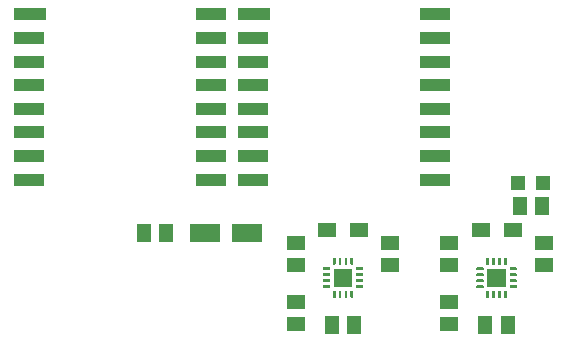
<source format=gtp>
G04 EAGLE Gerber RS-274X export*
G75*
%MOMM*%
%FSLAX34Y34*%
%LPD*%
%INTop Paste*%
%IPPOS*%
%AMOC8*
5,1,8,0,0,1.08239X$1,22.5*%
G01*
%ADD10R,1.300000X1.500000*%
%ADD11R,1.500000X1.300000*%
%ADD12R,1.500000X1.200000*%
%ADD13R,2.800000X1.100000*%
%ADD14R,2.600000X1.100000*%
%ADD15R,2.600000X1.600000*%
%ADD16R,1.200000X1.200000*%

G36*
X436258Y134252D02*
X436258Y134252D01*
X436267Y134251D01*
X436355Y134272D01*
X436445Y134290D01*
X436452Y134295D01*
X436460Y134297D01*
X436533Y134351D01*
X436609Y134403D01*
X436613Y134410D01*
X436620Y134415D01*
X436667Y134493D01*
X436716Y134570D01*
X436717Y134579D01*
X436722Y134586D01*
X436749Y134750D01*
X436749Y149250D01*
X436748Y149258D01*
X436749Y149267D01*
X436728Y149355D01*
X436710Y149445D01*
X436705Y149452D01*
X436703Y149460D01*
X436649Y149533D01*
X436597Y149609D01*
X436590Y149613D01*
X436585Y149620D01*
X436507Y149667D01*
X436430Y149716D01*
X436421Y149717D01*
X436414Y149722D01*
X436250Y149749D01*
X421750Y149749D01*
X421742Y149748D01*
X421733Y149749D01*
X421645Y149728D01*
X421555Y149710D01*
X421548Y149705D01*
X421540Y149703D01*
X421467Y149649D01*
X421391Y149597D01*
X421387Y149590D01*
X421380Y149585D01*
X421333Y149507D01*
X421284Y149430D01*
X421283Y149421D01*
X421278Y149414D01*
X421251Y149250D01*
X421251Y134750D01*
X421252Y134742D01*
X421251Y134733D01*
X421272Y134645D01*
X421290Y134555D01*
X421295Y134548D01*
X421297Y134540D01*
X421351Y134467D01*
X421403Y134391D01*
X421410Y134387D01*
X421415Y134380D01*
X421493Y134333D01*
X421570Y134284D01*
X421579Y134283D01*
X421586Y134278D01*
X421750Y134251D01*
X436250Y134251D01*
X436258Y134252D01*
G37*
G36*
X306258Y134252D02*
X306258Y134252D01*
X306267Y134251D01*
X306355Y134272D01*
X306445Y134290D01*
X306452Y134295D01*
X306460Y134297D01*
X306533Y134351D01*
X306609Y134403D01*
X306613Y134410D01*
X306620Y134415D01*
X306667Y134493D01*
X306716Y134570D01*
X306717Y134579D01*
X306722Y134586D01*
X306749Y134750D01*
X306749Y149250D01*
X306748Y149258D01*
X306749Y149267D01*
X306728Y149355D01*
X306710Y149445D01*
X306705Y149452D01*
X306703Y149460D01*
X306649Y149533D01*
X306597Y149609D01*
X306590Y149613D01*
X306585Y149620D01*
X306507Y149667D01*
X306430Y149716D01*
X306421Y149717D01*
X306414Y149722D01*
X306250Y149749D01*
X291750Y149749D01*
X291742Y149748D01*
X291733Y149749D01*
X291645Y149728D01*
X291555Y149710D01*
X291548Y149705D01*
X291540Y149703D01*
X291467Y149649D01*
X291391Y149597D01*
X291387Y149590D01*
X291380Y149585D01*
X291333Y149507D01*
X291284Y149430D01*
X291283Y149421D01*
X291278Y149414D01*
X291251Y149250D01*
X291251Y134750D01*
X291252Y134742D01*
X291251Y134733D01*
X291272Y134645D01*
X291290Y134555D01*
X291295Y134548D01*
X291297Y134540D01*
X291351Y134467D01*
X291403Y134391D01*
X291410Y134387D01*
X291415Y134380D01*
X291493Y134333D01*
X291570Y134284D01*
X291579Y134283D01*
X291586Y134278D01*
X291750Y134251D01*
X306250Y134251D01*
X306258Y134252D01*
G37*
G36*
X422208Y153002D02*
X422208Y153002D01*
X422217Y153001D01*
X422305Y153022D01*
X422395Y153040D01*
X422402Y153045D01*
X422410Y153047D01*
X422483Y153101D01*
X422559Y153153D01*
X422563Y153160D01*
X422570Y153165D01*
X422617Y153243D01*
X422666Y153320D01*
X422667Y153329D01*
X422672Y153336D01*
X422699Y153500D01*
X422699Y158500D01*
X422698Y158505D01*
X422699Y158509D01*
X422698Y158512D01*
X422699Y158517D01*
X422678Y158605D01*
X422660Y158695D01*
X422655Y158702D01*
X422653Y158710D01*
X422599Y158783D01*
X422547Y158859D01*
X422540Y158863D01*
X422535Y158870D01*
X422457Y158917D01*
X422380Y158966D01*
X422371Y158967D01*
X422364Y158972D01*
X422200Y158999D01*
X420800Y158999D01*
X420792Y158998D01*
X420783Y158999D01*
X420695Y158978D01*
X420605Y158960D01*
X420598Y158955D01*
X420590Y158953D01*
X420517Y158899D01*
X420441Y158847D01*
X420437Y158840D01*
X420430Y158835D01*
X420383Y158757D01*
X420334Y158680D01*
X420333Y158671D01*
X420328Y158664D01*
X420301Y158500D01*
X420301Y153500D01*
X420302Y153492D01*
X420301Y153483D01*
X420322Y153395D01*
X420340Y153305D01*
X420345Y153298D01*
X420347Y153290D01*
X420401Y153217D01*
X420453Y153141D01*
X420460Y153137D01*
X420465Y153130D01*
X420543Y153083D01*
X420620Y153034D01*
X420629Y153033D01*
X420636Y153028D01*
X420800Y153001D01*
X422200Y153001D01*
X422208Y153002D01*
G37*
G36*
X307208Y153002D02*
X307208Y153002D01*
X307217Y153001D01*
X307305Y153022D01*
X307395Y153040D01*
X307402Y153045D01*
X307410Y153047D01*
X307483Y153101D01*
X307559Y153153D01*
X307563Y153160D01*
X307570Y153165D01*
X307617Y153243D01*
X307666Y153320D01*
X307667Y153329D01*
X307672Y153336D01*
X307699Y153500D01*
X307699Y158500D01*
X307698Y158505D01*
X307699Y158509D01*
X307698Y158512D01*
X307699Y158517D01*
X307678Y158605D01*
X307660Y158695D01*
X307655Y158702D01*
X307653Y158710D01*
X307599Y158783D01*
X307547Y158859D01*
X307540Y158863D01*
X307535Y158870D01*
X307457Y158917D01*
X307380Y158966D01*
X307371Y158967D01*
X307364Y158972D01*
X307200Y158999D01*
X305800Y158999D01*
X305792Y158998D01*
X305783Y158999D01*
X305695Y158978D01*
X305605Y158960D01*
X305598Y158955D01*
X305590Y158953D01*
X305517Y158899D01*
X305441Y158847D01*
X305437Y158840D01*
X305430Y158835D01*
X305383Y158757D01*
X305334Y158680D01*
X305333Y158671D01*
X305328Y158664D01*
X305301Y158500D01*
X305301Y153500D01*
X305302Y153492D01*
X305301Y153483D01*
X305322Y153395D01*
X305340Y153305D01*
X305345Y153298D01*
X305347Y153290D01*
X305401Y153217D01*
X305453Y153141D01*
X305460Y153137D01*
X305465Y153130D01*
X305543Y153083D01*
X305620Y153034D01*
X305629Y153033D01*
X305636Y153028D01*
X305800Y153001D01*
X307200Y153001D01*
X307208Y153002D01*
G37*
G36*
X427208Y153002D02*
X427208Y153002D01*
X427217Y153001D01*
X427305Y153022D01*
X427395Y153040D01*
X427402Y153045D01*
X427410Y153047D01*
X427483Y153101D01*
X427559Y153153D01*
X427563Y153160D01*
X427570Y153165D01*
X427617Y153243D01*
X427666Y153320D01*
X427667Y153329D01*
X427672Y153336D01*
X427699Y153500D01*
X427699Y158500D01*
X427698Y158505D01*
X427699Y158509D01*
X427698Y158512D01*
X427699Y158517D01*
X427678Y158605D01*
X427660Y158695D01*
X427655Y158702D01*
X427653Y158710D01*
X427599Y158783D01*
X427547Y158859D01*
X427540Y158863D01*
X427535Y158870D01*
X427457Y158917D01*
X427380Y158966D01*
X427371Y158967D01*
X427364Y158972D01*
X427200Y158999D01*
X425800Y158999D01*
X425792Y158998D01*
X425783Y158999D01*
X425695Y158978D01*
X425605Y158960D01*
X425598Y158955D01*
X425590Y158953D01*
X425517Y158899D01*
X425441Y158847D01*
X425437Y158840D01*
X425430Y158835D01*
X425383Y158757D01*
X425334Y158680D01*
X425333Y158671D01*
X425328Y158664D01*
X425301Y158500D01*
X425301Y153500D01*
X425302Y153492D01*
X425301Y153483D01*
X425322Y153395D01*
X425340Y153305D01*
X425345Y153298D01*
X425347Y153290D01*
X425401Y153217D01*
X425453Y153141D01*
X425460Y153137D01*
X425465Y153130D01*
X425543Y153083D01*
X425620Y153034D01*
X425629Y153033D01*
X425636Y153028D01*
X425800Y153001D01*
X427200Y153001D01*
X427208Y153002D01*
G37*
G36*
X432208Y153002D02*
X432208Y153002D01*
X432217Y153001D01*
X432305Y153022D01*
X432395Y153040D01*
X432402Y153045D01*
X432410Y153047D01*
X432483Y153101D01*
X432559Y153153D01*
X432563Y153160D01*
X432570Y153165D01*
X432617Y153243D01*
X432666Y153320D01*
X432667Y153329D01*
X432672Y153336D01*
X432699Y153500D01*
X432699Y158500D01*
X432698Y158505D01*
X432699Y158509D01*
X432698Y158512D01*
X432699Y158517D01*
X432678Y158605D01*
X432660Y158695D01*
X432655Y158702D01*
X432653Y158710D01*
X432599Y158783D01*
X432547Y158859D01*
X432540Y158863D01*
X432535Y158870D01*
X432457Y158917D01*
X432380Y158966D01*
X432371Y158967D01*
X432364Y158972D01*
X432200Y158999D01*
X430800Y158999D01*
X430792Y158998D01*
X430783Y158999D01*
X430695Y158978D01*
X430605Y158960D01*
X430598Y158955D01*
X430590Y158953D01*
X430517Y158899D01*
X430441Y158847D01*
X430437Y158840D01*
X430430Y158835D01*
X430383Y158757D01*
X430334Y158680D01*
X430333Y158671D01*
X430328Y158664D01*
X430301Y158500D01*
X430301Y153500D01*
X430302Y153492D01*
X430301Y153483D01*
X430322Y153395D01*
X430340Y153305D01*
X430345Y153298D01*
X430347Y153290D01*
X430401Y153217D01*
X430453Y153141D01*
X430460Y153137D01*
X430465Y153130D01*
X430543Y153083D01*
X430620Y153034D01*
X430629Y153033D01*
X430636Y153028D01*
X430800Y153001D01*
X432200Y153001D01*
X432208Y153002D01*
G37*
G36*
X292208Y153002D02*
X292208Y153002D01*
X292217Y153001D01*
X292305Y153022D01*
X292395Y153040D01*
X292402Y153045D01*
X292410Y153047D01*
X292483Y153101D01*
X292559Y153153D01*
X292563Y153160D01*
X292570Y153165D01*
X292617Y153243D01*
X292666Y153320D01*
X292667Y153329D01*
X292672Y153336D01*
X292699Y153500D01*
X292699Y158500D01*
X292698Y158505D01*
X292699Y158509D01*
X292698Y158512D01*
X292699Y158517D01*
X292678Y158605D01*
X292660Y158695D01*
X292655Y158702D01*
X292653Y158710D01*
X292599Y158783D01*
X292547Y158859D01*
X292540Y158863D01*
X292535Y158870D01*
X292457Y158917D01*
X292380Y158966D01*
X292371Y158967D01*
X292364Y158972D01*
X292200Y158999D01*
X290800Y158999D01*
X290792Y158998D01*
X290783Y158999D01*
X290695Y158978D01*
X290605Y158960D01*
X290598Y158955D01*
X290590Y158953D01*
X290517Y158899D01*
X290441Y158847D01*
X290437Y158840D01*
X290430Y158835D01*
X290383Y158757D01*
X290334Y158680D01*
X290333Y158671D01*
X290328Y158664D01*
X290301Y158500D01*
X290301Y153500D01*
X290302Y153492D01*
X290301Y153483D01*
X290322Y153395D01*
X290340Y153305D01*
X290345Y153298D01*
X290347Y153290D01*
X290401Y153217D01*
X290453Y153141D01*
X290460Y153137D01*
X290465Y153130D01*
X290543Y153083D01*
X290620Y153034D01*
X290629Y153033D01*
X290636Y153028D01*
X290800Y153001D01*
X292200Y153001D01*
X292208Y153002D01*
G37*
G36*
X437208Y153002D02*
X437208Y153002D01*
X437217Y153001D01*
X437305Y153022D01*
X437395Y153040D01*
X437402Y153045D01*
X437410Y153047D01*
X437483Y153101D01*
X437559Y153153D01*
X437563Y153160D01*
X437570Y153165D01*
X437617Y153243D01*
X437666Y153320D01*
X437667Y153329D01*
X437672Y153336D01*
X437699Y153500D01*
X437699Y158500D01*
X437698Y158505D01*
X437699Y158509D01*
X437698Y158512D01*
X437699Y158517D01*
X437678Y158605D01*
X437660Y158695D01*
X437655Y158702D01*
X437653Y158710D01*
X437599Y158783D01*
X437547Y158859D01*
X437540Y158863D01*
X437535Y158870D01*
X437457Y158917D01*
X437380Y158966D01*
X437371Y158967D01*
X437364Y158972D01*
X437200Y158999D01*
X435800Y158999D01*
X435792Y158998D01*
X435783Y158999D01*
X435695Y158978D01*
X435605Y158960D01*
X435598Y158955D01*
X435590Y158953D01*
X435517Y158899D01*
X435441Y158847D01*
X435437Y158840D01*
X435430Y158835D01*
X435383Y158757D01*
X435334Y158680D01*
X435333Y158671D01*
X435328Y158664D01*
X435301Y158500D01*
X435301Y153500D01*
X435302Y153492D01*
X435301Y153483D01*
X435322Y153395D01*
X435340Y153305D01*
X435345Y153298D01*
X435347Y153290D01*
X435401Y153217D01*
X435453Y153141D01*
X435460Y153137D01*
X435465Y153130D01*
X435543Y153083D01*
X435620Y153034D01*
X435629Y153033D01*
X435636Y153028D01*
X435800Y153001D01*
X437200Y153001D01*
X437208Y153002D01*
G37*
G36*
X302208Y153002D02*
X302208Y153002D01*
X302217Y153001D01*
X302305Y153022D01*
X302395Y153040D01*
X302402Y153045D01*
X302410Y153047D01*
X302483Y153101D01*
X302559Y153153D01*
X302563Y153160D01*
X302570Y153165D01*
X302617Y153243D01*
X302666Y153320D01*
X302667Y153329D01*
X302672Y153336D01*
X302699Y153500D01*
X302699Y158500D01*
X302698Y158505D01*
X302699Y158509D01*
X302698Y158512D01*
X302699Y158517D01*
X302678Y158605D01*
X302660Y158695D01*
X302655Y158702D01*
X302653Y158710D01*
X302599Y158783D01*
X302547Y158859D01*
X302540Y158863D01*
X302535Y158870D01*
X302457Y158917D01*
X302380Y158966D01*
X302371Y158967D01*
X302364Y158972D01*
X302200Y158999D01*
X300800Y158999D01*
X300792Y158998D01*
X300783Y158999D01*
X300695Y158978D01*
X300605Y158960D01*
X300598Y158955D01*
X300590Y158953D01*
X300517Y158899D01*
X300441Y158847D01*
X300437Y158840D01*
X300430Y158835D01*
X300383Y158757D01*
X300334Y158680D01*
X300333Y158671D01*
X300328Y158664D01*
X300301Y158500D01*
X300301Y153500D01*
X300302Y153492D01*
X300301Y153483D01*
X300322Y153395D01*
X300340Y153305D01*
X300345Y153298D01*
X300347Y153290D01*
X300401Y153217D01*
X300453Y153141D01*
X300460Y153137D01*
X300465Y153130D01*
X300543Y153083D01*
X300620Y153034D01*
X300629Y153033D01*
X300636Y153028D01*
X300800Y153001D01*
X302200Y153001D01*
X302208Y153002D01*
G37*
G36*
X297208Y153002D02*
X297208Y153002D01*
X297217Y153001D01*
X297305Y153022D01*
X297395Y153040D01*
X297402Y153045D01*
X297410Y153047D01*
X297483Y153101D01*
X297559Y153153D01*
X297563Y153160D01*
X297570Y153165D01*
X297617Y153243D01*
X297666Y153320D01*
X297667Y153329D01*
X297672Y153336D01*
X297699Y153500D01*
X297699Y158500D01*
X297698Y158505D01*
X297699Y158509D01*
X297698Y158512D01*
X297699Y158517D01*
X297678Y158605D01*
X297660Y158695D01*
X297655Y158702D01*
X297653Y158710D01*
X297599Y158783D01*
X297547Y158859D01*
X297540Y158863D01*
X297535Y158870D01*
X297457Y158917D01*
X297380Y158966D01*
X297371Y158967D01*
X297364Y158972D01*
X297200Y158999D01*
X295800Y158999D01*
X295792Y158998D01*
X295783Y158999D01*
X295695Y158978D01*
X295605Y158960D01*
X295598Y158955D01*
X295590Y158953D01*
X295517Y158899D01*
X295441Y158847D01*
X295437Y158840D01*
X295430Y158835D01*
X295383Y158757D01*
X295334Y158680D01*
X295333Y158671D01*
X295328Y158664D01*
X295301Y158500D01*
X295301Y153500D01*
X295302Y153492D01*
X295301Y153483D01*
X295322Y153395D01*
X295340Y153305D01*
X295345Y153298D01*
X295347Y153290D01*
X295401Y153217D01*
X295453Y153141D01*
X295460Y153137D01*
X295465Y153130D01*
X295543Y153083D01*
X295620Y153034D01*
X295629Y153033D01*
X295636Y153028D01*
X295800Y153001D01*
X297200Y153001D01*
X297208Y153002D01*
G37*
G36*
X432208Y125002D02*
X432208Y125002D01*
X432217Y125001D01*
X432305Y125022D01*
X432395Y125040D01*
X432402Y125045D01*
X432410Y125047D01*
X432483Y125101D01*
X432559Y125153D01*
X432563Y125160D01*
X432570Y125165D01*
X432617Y125243D01*
X432666Y125320D01*
X432667Y125329D01*
X432672Y125336D01*
X432699Y125500D01*
X432699Y130500D01*
X432698Y130505D01*
X432699Y130509D01*
X432698Y130512D01*
X432699Y130517D01*
X432678Y130605D01*
X432660Y130695D01*
X432655Y130702D01*
X432653Y130710D01*
X432599Y130783D01*
X432547Y130859D01*
X432540Y130863D01*
X432535Y130870D01*
X432457Y130917D01*
X432380Y130966D01*
X432371Y130967D01*
X432364Y130972D01*
X432200Y130999D01*
X430800Y130999D01*
X430792Y130998D01*
X430783Y130999D01*
X430695Y130978D01*
X430605Y130960D01*
X430598Y130955D01*
X430590Y130953D01*
X430517Y130899D01*
X430441Y130847D01*
X430437Y130840D01*
X430430Y130835D01*
X430383Y130757D01*
X430334Y130680D01*
X430333Y130671D01*
X430328Y130664D01*
X430301Y130500D01*
X430301Y125500D01*
X430302Y125492D01*
X430301Y125483D01*
X430322Y125395D01*
X430340Y125305D01*
X430345Y125298D01*
X430347Y125290D01*
X430401Y125217D01*
X430453Y125141D01*
X430460Y125137D01*
X430465Y125130D01*
X430543Y125083D01*
X430620Y125034D01*
X430629Y125033D01*
X430636Y125028D01*
X430800Y125001D01*
X432200Y125001D01*
X432208Y125002D01*
G37*
G36*
X307208Y125002D02*
X307208Y125002D01*
X307217Y125001D01*
X307305Y125022D01*
X307395Y125040D01*
X307402Y125045D01*
X307410Y125047D01*
X307483Y125101D01*
X307559Y125153D01*
X307563Y125160D01*
X307570Y125165D01*
X307617Y125243D01*
X307666Y125320D01*
X307667Y125329D01*
X307672Y125336D01*
X307699Y125500D01*
X307699Y130500D01*
X307698Y130505D01*
X307699Y130509D01*
X307698Y130512D01*
X307699Y130517D01*
X307678Y130605D01*
X307660Y130695D01*
X307655Y130702D01*
X307653Y130710D01*
X307599Y130783D01*
X307547Y130859D01*
X307540Y130863D01*
X307535Y130870D01*
X307457Y130917D01*
X307380Y130966D01*
X307371Y130967D01*
X307364Y130972D01*
X307200Y130999D01*
X305800Y130999D01*
X305792Y130998D01*
X305783Y130999D01*
X305695Y130978D01*
X305605Y130960D01*
X305598Y130955D01*
X305590Y130953D01*
X305517Y130899D01*
X305441Y130847D01*
X305437Y130840D01*
X305430Y130835D01*
X305383Y130757D01*
X305334Y130680D01*
X305333Y130671D01*
X305328Y130664D01*
X305301Y130500D01*
X305301Y125500D01*
X305302Y125492D01*
X305301Y125483D01*
X305322Y125395D01*
X305340Y125305D01*
X305345Y125298D01*
X305347Y125290D01*
X305401Y125217D01*
X305453Y125141D01*
X305460Y125137D01*
X305465Y125130D01*
X305543Y125083D01*
X305620Y125034D01*
X305629Y125033D01*
X305636Y125028D01*
X305800Y125001D01*
X307200Y125001D01*
X307208Y125002D01*
G37*
G36*
X427208Y125002D02*
X427208Y125002D01*
X427217Y125001D01*
X427305Y125022D01*
X427395Y125040D01*
X427402Y125045D01*
X427410Y125047D01*
X427483Y125101D01*
X427559Y125153D01*
X427563Y125160D01*
X427570Y125165D01*
X427617Y125243D01*
X427666Y125320D01*
X427667Y125329D01*
X427672Y125336D01*
X427699Y125500D01*
X427699Y130500D01*
X427698Y130505D01*
X427699Y130509D01*
X427698Y130512D01*
X427699Y130517D01*
X427678Y130605D01*
X427660Y130695D01*
X427655Y130702D01*
X427653Y130710D01*
X427599Y130783D01*
X427547Y130859D01*
X427540Y130863D01*
X427535Y130870D01*
X427457Y130917D01*
X427380Y130966D01*
X427371Y130967D01*
X427364Y130972D01*
X427200Y130999D01*
X425800Y130999D01*
X425792Y130998D01*
X425783Y130999D01*
X425695Y130978D01*
X425605Y130960D01*
X425598Y130955D01*
X425590Y130953D01*
X425517Y130899D01*
X425441Y130847D01*
X425437Y130840D01*
X425430Y130835D01*
X425383Y130757D01*
X425334Y130680D01*
X425333Y130671D01*
X425328Y130664D01*
X425301Y130500D01*
X425301Y125500D01*
X425302Y125492D01*
X425301Y125483D01*
X425322Y125395D01*
X425340Y125305D01*
X425345Y125298D01*
X425347Y125290D01*
X425401Y125217D01*
X425453Y125141D01*
X425460Y125137D01*
X425465Y125130D01*
X425543Y125083D01*
X425620Y125034D01*
X425629Y125033D01*
X425636Y125028D01*
X425800Y125001D01*
X427200Y125001D01*
X427208Y125002D01*
G37*
G36*
X302208Y125002D02*
X302208Y125002D01*
X302217Y125001D01*
X302305Y125022D01*
X302395Y125040D01*
X302402Y125045D01*
X302410Y125047D01*
X302483Y125101D01*
X302559Y125153D01*
X302563Y125160D01*
X302570Y125165D01*
X302617Y125243D01*
X302666Y125320D01*
X302667Y125329D01*
X302672Y125336D01*
X302699Y125500D01*
X302699Y130500D01*
X302698Y130505D01*
X302699Y130509D01*
X302698Y130512D01*
X302699Y130517D01*
X302678Y130605D01*
X302660Y130695D01*
X302655Y130702D01*
X302653Y130710D01*
X302599Y130783D01*
X302547Y130859D01*
X302540Y130863D01*
X302535Y130870D01*
X302457Y130917D01*
X302380Y130966D01*
X302371Y130967D01*
X302364Y130972D01*
X302200Y130999D01*
X300800Y130999D01*
X300792Y130998D01*
X300783Y130999D01*
X300695Y130978D01*
X300605Y130960D01*
X300598Y130955D01*
X300590Y130953D01*
X300517Y130899D01*
X300441Y130847D01*
X300437Y130840D01*
X300430Y130835D01*
X300383Y130757D01*
X300334Y130680D01*
X300333Y130671D01*
X300328Y130664D01*
X300301Y130500D01*
X300301Y125500D01*
X300302Y125492D01*
X300301Y125483D01*
X300322Y125395D01*
X300340Y125305D01*
X300345Y125298D01*
X300347Y125290D01*
X300401Y125217D01*
X300453Y125141D01*
X300460Y125137D01*
X300465Y125130D01*
X300543Y125083D01*
X300620Y125034D01*
X300629Y125033D01*
X300636Y125028D01*
X300800Y125001D01*
X302200Y125001D01*
X302208Y125002D01*
G37*
G36*
X422208Y125002D02*
X422208Y125002D01*
X422217Y125001D01*
X422305Y125022D01*
X422395Y125040D01*
X422402Y125045D01*
X422410Y125047D01*
X422483Y125101D01*
X422559Y125153D01*
X422563Y125160D01*
X422570Y125165D01*
X422617Y125243D01*
X422666Y125320D01*
X422667Y125329D01*
X422672Y125336D01*
X422699Y125500D01*
X422699Y130500D01*
X422698Y130505D01*
X422699Y130509D01*
X422698Y130512D01*
X422699Y130517D01*
X422678Y130605D01*
X422660Y130695D01*
X422655Y130702D01*
X422653Y130710D01*
X422599Y130783D01*
X422547Y130859D01*
X422540Y130863D01*
X422535Y130870D01*
X422457Y130917D01*
X422380Y130966D01*
X422371Y130967D01*
X422364Y130972D01*
X422200Y130999D01*
X420800Y130999D01*
X420792Y130998D01*
X420783Y130999D01*
X420695Y130978D01*
X420605Y130960D01*
X420598Y130955D01*
X420590Y130953D01*
X420517Y130899D01*
X420441Y130847D01*
X420437Y130840D01*
X420430Y130835D01*
X420383Y130757D01*
X420334Y130680D01*
X420333Y130671D01*
X420328Y130664D01*
X420301Y130500D01*
X420301Y125500D01*
X420302Y125492D01*
X420301Y125483D01*
X420322Y125395D01*
X420340Y125305D01*
X420345Y125298D01*
X420347Y125290D01*
X420401Y125217D01*
X420453Y125141D01*
X420460Y125137D01*
X420465Y125130D01*
X420543Y125083D01*
X420620Y125034D01*
X420629Y125033D01*
X420636Y125028D01*
X420800Y125001D01*
X422200Y125001D01*
X422208Y125002D01*
G37*
G36*
X292208Y125002D02*
X292208Y125002D01*
X292217Y125001D01*
X292305Y125022D01*
X292395Y125040D01*
X292402Y125045D01*
X292410Y125047D01*
X292483Y125101D01*
X292559Y125153D01*
X292563Y125160D01*
X292570Y125165D01*
X292617Y125243D01*
X292666Y125320D01*
X292667Y125329D01*
X292672Y125336D01*
X292699Y125500D01*
X292699Y130500D01*
X292698Y130505D01*
X292699Y130509D01*
X292698Y130512D01*
X292699Y130517D01*
X292678Y130605D01*
X292660Y130695D01*
X292655Y130702D01*
X292653Y130710D01*
X292599Y130783D01*
X292547Y130859D01*
X292540Y130863D01*
X292535Y130870D01*
X292457Y130917D01*
X292380Y130966D01*
X292371Y130967D01*
X292364Y130972D01*
X292200Y130999D01*
X290800Y130999D01*
X290792Y130998D01*
X290783Y130999D01*
X290695Y130978D01*
X290605Y130960D01*
X290598Y130955D01*
X290590Y130953D01*
X290517Y130899D01*
X290441Y130847D01*
X290437Y130840D01*
X290430Y130835D01*
X290383Y130757D01*
X290334Y130680D01*
X290333Y130671D01*
X290328Y130664D01*
X290301Y130500D01*
X290301Y125500D01*
X290302Y125492D01*
X290301Y125483D01*
X290322Y125395D01*
X290340Y125305D01*
X290345Y125298D01*
X290347Y125290D01*
X290401Y125217D01*
X290453Y125141D01*
X290460Y125137D01*
X290465Y125130D01*
X290543Y125083D01*
X290620Y125034D01*
X290629Y125033D01*
X290636Y125028D01*
X290800Y125001D01*
X292200Y125001D01*
X292208Y125002D01*
G37*
G36*
X437208Y125002D02*
X437208Y125002D01*
X437217Y125001D01*
X437305Y125022D01*
X437395Y125040D01*
X437402Y125045D01*
X437410Y125047D01*
X437483Y125101D01*
X437559Y125153D01*
X437563Y125160D01*
X437570Y125165D01*
X437617Y125243D01*
X437666Y125320D01*
X437667Y125329D01*
X437672Y125336D01*
X437699Y125500D01*
X437699Y130500D01*
X437698Y130505D01*
X437699Y130509D01*
X437698Y130512D01*
X437699Y130517D01*
X437678Y130605D01*
X437660Y130695D01*
X437655Y130702D01*
X437653Y130710D01*
X437599Y130783D01*
X437547Y130859D01*
X437540Y130863D01*
X437535Y130870D01*
X437457Y130917D01*
X437380Y130966D01*
X437371Y130967D01*
X437364Y130972D01*
X437200Y130999D01*
X435800Y130999D01*
X435792Y130998D01*
X435783Y130999D01*
X435695Y130978D01*
X435605Y130960D01*
X435598Y130955D01*
X435590Y130953D01*
X435517Y130899D01*
X435441Y130847D01*
X435437Y130840D01*
X435430Y130835D01*
X435383Y130757D01*
X435334Y130680D01*
X435333Y130671D01*
X435328Y130664D01*
X435301Y130500D01*
X435301Y125500D01*
X435302Y125492D01*
X435301Y125483D01*
X435322Y125395D01*
X435340Y125305D01*
X435345Y125298D01*
X435347Y125290D01*
X435401Y125217D01*
X435453Y125141D01*
X435460Y125137D01*
X435465Y125130D01*
X435543Y125083D01*
X435620Y125034D01*
X435629Y125033D01*
X435636Y125028D01*
X435800Y125001D01*
X437200Y125001D01*
X437208Y125002D01*
G37*
G36*
X297208Y125002D02*
X297208Y125002D01*
X297217Y125001D01*
X297305Y125022D01*
X297395Y125040D01*
X297402Y125045D01*
X297410Y125047D01*
X297483Y125101D01*
X297559Y125153D01*
X297563Y125160D01*
X297570Y125165D01*
X297617Y125243D01*
X297666Y125320D01*
X297667Y125329D01*
X297672Y125336D01*
X297699Y125500D01*
X297699Y130500D01*
X297698Y130505D01*
X297699Y130509D01*
X297698Y130512D01*
X297699Y130517D01*
X297678Y130605D01*
X297660Y130695D01*
X297655Y130702D01*
X297653Y130710D01*
X297599Y130783D01*
X297547Y130859D01*
X297540Y130863D01*
X297535Y130870D01*
X297457Y130917D01*
X297380Y130966D01*
X297371Y130967D01*
X297364Y130972D01*
X297200Y130999D01*
X295800Y130999D01*
X295792Y130998D01*
X295783Y130999D01*
X295695Y130978D01*
X295605Y130960D01*
X295598Y130955D01*
X295590Y130953D01*
X295517Y130899D01*
X295441Y130847D01*
X295437Y130840D01*
X295430Y130835D01*
X295383Y130757D01*
X295334Y130680D01*
X295333Y130671D01*
X295328Y130664D01*
X295301Y130500D01*
X295301Y125500D01*
X295302Y125492D01*
X295301Y125483D01*
X295322Y125395D01*
X295340Y125305D01*
X295345Y125298D01*
X295347Y125290D01*
X295401Y125217D01*
X295453Y125141D01*
X295460Y125137D01*
X295465Y125130D01*
X295543Y125083D01*
X295620Y125034D01*
X295629Y125033D01*
X295636Y125028D01*
X295800Y125001D01*
X297200Y125001D01*
X297208Y125002D01*
G37*
G36*
X287508Y148302D02*
X287508Y148302D01*
X287517Y148301D01*
X287605Y148322D01*
X287695Y148340D01*
X287702Y148345D01*
X287710Y148347D01*
X287783Y148401D01*
X287859Y148453D01*
X287863Y148460D01*
X287870Y148465D01*
X287917Y148543D01*
X287966Y148620D01*
X287967Y148629D01*
X287972Y148636D01*
X287999Y148800D01*
X287999Y150200D01*
X287998Y150208D01*
X287999Y150217D01*
X287978Y150305D01*
X287960Y150395D01*
X287955Y150402D01*
X287953Y150410D01*
X287899Y150483D01*
X287847Y150559D01*
X287840Y150563D01*
X287835Y150570D01*
X287757Y150617D01*
X287680Y150666D01*
X287671Y150667D01*
X287664Y150672D01*
X287500Y150699D01*
X282500Y150699D01*
X282492Y150698D01*
X282483Y150699D01*
X282395Y150678D01*
X282305Y150660D01*
X282298Y150655D01*
X282290Y150653D01*
X282217Y150599D01*
X282141Y150547D01*
X282137Y150540D01*
X282130Y150535D01*
X282083Y150457D01*
X282034Y150380D01*
X282033Y150371D01*
X282028Y150364D01*
X282001Y150200D01*
X282001Y148800D01*
X282002Y148792D01*
X282001Y148783D01*
X282022Y148695D01*
X282040Y148605D01*
X282045Y148598D01*
X282047Y148590D01*
X282101Y148517D01*
X282153Y148441D01*
X282160Y148437D01*
X282165Y148430D01*
X282243Y148383D01*
X282320Y148334D01*
X282329Y148333D01*
X282336Y148328D01*
X282500Y148301D01*
X287500Y148301D01*
X287508Y148302D01*
G37*
G36*
X315508Y148302D02*
X315508Y148302D01*
X315517Y148301D01*
X315605Y148322D01*
X315695Y148340D01*
X315702Y148345D01*
X315710Y148347D01*
X315783Y148401D01*
X315859Y148453D01*
X315863Y148460D01*
X315870Y148465D01*
X315917Y148543D01*
X315966Y148620D01*
X315967Y148629D01*
X315972Y148636D01*
X315999Y148800D01*
X315999Y150200D01*
X315998Y150208D01*
X315999Y150217D01*
X315978Y150305D01*
X315960Y150395D01*
X315955Y150402D01*
X315953Y150410D01*
X315899Y150483D01*
X315847Y150559D01*
X315840Y150563D01*
X315835Y150570D01*
X315757Y150617D01*
X315680Y150666D01*
X315671Y150667D01*
X315664Y150672D01*
X315500Y150699D01*
X310500Y150699D01*
X310492Y150698D01*
X310483Y150699D01*
X310395Y150678D01*
X310305Y150660D01*
X310298Y150655D01*
X310290Y150653D01*
X310217Y150599D01*
X310141Y150547D01*
X310137Y150540D01*
X310130Y150535D01*
X310083Y150457D01*
X310034Y150380D01*
X310033Y150371D01*
X310028Y150364D01*
X310001Y150200D01*
X310001Y148800D01*
X310002Y148792D01*
X310001Y148783D01*
X310022Y148695D01*
X310040Y148605D01*
X310045Y148598D01*
X310047Y148590D01*
X310101Y148517D01*
X310153Y148441D01*
X310160Y148437D01*
X310165Y148430D01*
X310243Y148383D01*
X310320Y148334D01*
X310329Y148333D01*
X310336Y148328D01*
X310500Y148301D01*
X315500Y148301D01*
X315508Y148302D01*
G37*
G36*
X417508Y148302D02*
X417508Y148302D01*
X417517Y148301D01*
X417605Y148322D01*
X417695Y148340D01*
X417702Y148345D01*
X417710Y148347D01*
X417783Y148401D01*
X417859Y148453D01*
X417863Y148460D01*
X417870Y148465D01*
X417917Y148543D01*
X417966Y148620D01*
X417967Y148629D01*
X417972Y148636D01*
X417999Y148800D01*
X417999Y150200D01*
X417998Y150208D01*
X417999Y150217D01*
X417978Y150305D01*
X417960Y150395D01*
X417955Y150402D01*
X417953Y150410D01*
X417899Y150483D01*
X417847Y150559D01*
X417840Y150563D01*
X417835Y150570D01*
X417757Y150617D01*
X417680Y150666D01*
X417671Y150667D01*
X417664Y150672D01*
X417500Y150699D01*
X412500Y150699D01*
X412492Y150698D01*
X412483Y150699D01*
X412395Y150678D01*
X412305Y150660D01*
X412298Y150655D01*
X412290Y150653D01*
X412217Y150599D01*
X412141Y150547D01*
X412137Y150540D01*
X412130Y150535D01*
X412083Y150457D01*
X412034Y150380D01*
X412033Y150371D01*
X412028Y150364D01*
X412001Y150200D01*
X412001Y148800D01*
X412002Y148792D01*
X412001Y148783D01*
X412022Y148695D01*
X412040Y148605D01*
X412045Y148598D01*
X412047Y148590D01*
X412101Y148517D01*
X412153Y148441D01*
X412160Y148437D01*
X412165Y148430D01*
X412243Y148383D01*
X412320Y148334D01*
X412329Y148333D01*
X412336Y148328D01*
X412500Y148301D01*
X417500Y148301D01*
X417508Y148302D01*
G37*
G36*
X445508Y148302D02*
X445508Y148302D01*
X445517Y148301D01*
X445605Y148322D01*
X445695Y148340D01*
X445702Y148345D01*
X445710Y148347D01*
X445783Y148401D01*
X445859Y148453D01*
X445863Y148460D01*
X445870Y148465D01*
X445917Y148543D01*
X445966Y148620D01*
X445967Y148629D01*
X445972Y148636D01*
X445999Y148800D01*
X445999Y150200D01*
X445998Y150208D01*
X445999Y150217D01*
X445978Y150305D01*
X445960Y150395D01*
X445955Y150402D01*
X445953Y150410D01*
X445899Y150483D01*
X445847Y150559D01*
X445840Y150563D01*
X445835Y150570D01*
X445757Y150617D01*
X445680Y150666D01*
X445671Y150667D01*
X445664Y150672D01*
X445500Y150699D01*
X440500Y150699D01*
X440492Y150698D01*
X440483Y150699D01*
X440395Y150678D01*
X440305Y150660D01*
X440298Y150655D01*
X440290Y150653D01*
X440217Y150599D01*
X440141Y150547D01*
X440137Y150540D01*
X440130Y150535D01*
X440083Y150457D01*
X440034Y150380D01*
X440033Y150371D01*
X440028Y150364D01*
X440001Y150200D01*
X440001Y148800D01*
X440002Y148792D01*
X440001Y148783D01*
X440022Y148695D01*
X440040Y148605D01*
X440045Y148598D01*
X440047Y148590D01*
X440101Y148517D01*
X440153Y148441D01*
X440160Y148437D01*
X440165Y148430D01*
X440243Y148383D01*
X440320Y148334D01*
X440329Y148333D01*
X440336Y148328D01*
X440500Y148301D01*
X445500Y148301D01*
X445508Y148302D01*
G37*
G36*
X315508Y143302D02*
X315508Y143302D01*
X315517Y143301D01*
X315605Y143322D01*
X315695Y143340D01*
X315702Y143345D01*
X315710Y143347D01*
X315783Y143401D01*
X315859Y143453D01*
X315863Y143460D01*
X315870Y143465D01*
X315917Y143543D01*
X315966Y143620D01*
X315967Y143629D01*
X315972Y143636D01*
X315999Y143800D01*
X315999Y145200D01*
X315998Y145208D01*
X315999Y145217D01*
X315978Y145305D01*
X315960Y145395D01*
X315955Y145402D01*
X315953Y145410D01*
X315899Y145483D01*
X315847Y145559D01*
X315840Y145563D01*
X315835Y145570D01*
X315757Y145617D01*
X315680Y145666D01*
X315671Y145667D01*
X315664Y145672D01*
X315500Y145699D01*
X310500Y145699D01*
X310492Y145698D01*
X310483Y145699D01*
X310395Y145678D01*
X310305Y145660D01*
X310298Y145655D01*
X310290Y145653D01*
X310217Y145599D01*
X310141Y145547D01*
X310137Y145540D01*
X310130Y145535D01*
X310083Y145457D01*
X310034Y145380D01*
X310033Y145371D01*
X310028Y145364D01*
X310001Y145200D01*
X310001Y143800D01*
X310002Y143792D01*
X310001Y143783D01*
X310022Y143695D01*
X310040Y143605D01*
X310045Y143598D01*
X310047Y143590D01*
X310101Y143517D01*
X310153Y143441D01*
X310160Y143437D01*
X310165Y143430D01*
X310243Y143383D01*
X310320Y143334D01*
X310329Y143333D01*
X310336Y143328D01*
X310500Y143301D01*
X315500Y143301D01*
X315508Y143302D01*
G37*
G36*
X445508Y143302D02*
X445508Y143302D01*
X445517Y143301D01*
X445605Y143322D01*
X445695Y143340D01*
X445702Y143345D01*
X445710Y143347D01*
X445783Y143401D01*
X445859Y143453D01*
X445863Y143460D01*
X445870Y143465D01*
X445917Y143543D01*
X445966Y143620D01*
X445967Y143629D01*
X445972Y143636D01*
X445999Y143800D01*
X445999Y145200D01*
X445998Y145208D01*
X445999Y145217D01*
X445978Y145305D01*
X445960Y145395D01*
X445955Y145402D01*
X445953Y145410D01*
X445899Y145483D01*
X445847Y145559D01*
X445840Y145563D01*
X445835Y145570D01*
X445757Y145617D01*
X445680Y145666D01*
X445671Y145667D01*
X445664Y145672D01*
X445500Y145699D01*
X440500Y145699D01*
X440492Y145698D01*
X440483Y145699D01*
X440395Y145678D01*
X440305Y145660D01*
X440298Y145655D01*
X440290Y145653D01*
X440217Y145599D01*
X440141Y145547D01*
X440137Y145540D01*
X440130Y145535D01*
X440083Y145457D01*
X440034Y145380D01*
X440033Y145371D01*
X440028Y145364D01*
X440001Y145200D01*
X440001Y143800D01*
X440002Y143792D01*
X440001Y143783D01*
X440022Y143695D01*
X440040Y143605D01*
X440045Y143598D01*
X440047Y143590D01*
X440101Y143517D01*
X440153Y143441D01*
X440160Y143437D01*
X440165Y143430D01*
X440243Y143383D01*
X440320Y143334D01*
X440329Y143333D01*
X440336Y143328D01*
X440500Y143301D01*
X445500Y143301D01*
X445508Y143302D01*
G37*
G36*
X287508Y143302D02*
X287508Y143302D01*
X287517Y143301D01*
X287605Y143322D01*
X287695Y143340D01*
X287702Y143345D01*
X287710Y143347D01*
X287783Y143401D01*
X287859Y143453D01*
X287863Y143460D01*
X287870Y143465D01*
X287917Y143543D01*
X287966Y143620D01*
X287967Y143629D01*
X287972Y143636D01*
X287999Y143800D01*
X287999Y145200D01*
X287998Y145208D01*
X287999Y145217D01*
X287978Y145305D01*
X287960Y145395D01*
X287955Y145402D01*
X287953Y145410D01*
X287899Y145483D01*
X287847Y145559D01*
X287840Y145563D01*
X287835Y145570D01*
X287757Y145617D01*
X287680Y145666D01*
X287671Y145667D01*
X287664Y145672D01*
X287500Y145699D01*
X282500Y145699D01*
X282492Y145698D01*
X282483Y145699D01*
X282395Y145678D01*
X282305Y145660D01*
X282298Y145655D01*
X282290Y145653D01*
X282217Y145599D01*
X282141Y145547D01*
X282137Y145540D01*
X282130Y145535D01*
X282083Y145457D01*
X282034Y145380D01*
X282033Y145371D01*
X282028Y145364D01*
X282001Y145200D01*
X282001Y143800D01*
X282002Y143792D01*
X282001Y143783D01*
X282022Y143695D01*
X282040Y143605D01*
X282045Y143598D01*
X282047Y143590D01*
X282101Y143517D01*
X282153Y143441D01*
X282160Y143437D01*
X282165Y143430D01*
X282243Y143383D01*
X282320Y143334D01*
X282329Y143333D01*
X282336Y143328D01*
X282500Y143301D01*
X287500Y143301D01*
X287508Y143302D01*
G37*
G36*
X315508Y133302D02*
X315508Y133302D01*
X315517Y133301D01*
X315605Y133322D01*
X315695Y133340D01*
X315702Y133345D01*
X315710Y133347D01*
X315783Y133401D01*
X315859Y133453D01*
X315863Y133460D01*
X315870Y133465D01*
X315917Y133543D01*
X315966Y133620D01*
X315967Y133629D01*
X315972Y133636D01*
X315999Y133800D01*
X315999Y135200D01*
X315998Y135208D01*
X315999Y135217D01*
X315978Y135305D01*
X315960Y135395D01*
X315955Y135402D01*
X315953Y135410D01*
X315899Y135483D01*
X315847Y135559D01*
X315840Y135563D01*
X315835Y135570D01*
X315757Y135617D01*
X315680Y135666D01*
X315671Y135667D01*
X315664Y135672D01*
X315500Y135699D01*
X310500Y135699D01*
X310492Y135698D01*
X310483Y135699D01*
X310395Y135678D01*
X310305Y135660D01*
X310298Y135655D01*
X310290Y135653D01*
X310217Y135599D01*
X310141Y135547D01*
X310137Y135540D01*
X310130Y135535D01*
X310083Y135457D01*
X310034Y135380D01*
X310033Y135371D01*
X310028Y135364D01*
X310001Y135200D01*
X310001Y133800D01*
X310002Y133792D01*
X310001Y133783D01*
X310022Y133695D01*
X310040Y133605D01*
X310045Y133598D01*
X310047Y133590D01*
X310101Y133517D01*
X310153Y133441D01*
X310160Y133437D01*
X310165Y133430D01*
X310243Y133383D01*
X310320Y133334D01*
X310329Y133333D01*
X310336Y133328D01*
X310500Y133301D01*
X315500Y133301D01*
X315508Y133302D01*
G37*
G36*
X315508Y138302D02*
X315508Y138302D01*
X315517Y138301D01*
X315605Y138322D01*
X315695Y138340D01*
X315702Y138345D01*
X315710Y138347D01*
X315783Y138401D01*
X315859Y138453D01*
X315863Y138460D01*
X315870Y138465D01*
X315917Y138543D01*
X315966Y138620D01*
X315967Y138629D01*
X315972Y138636D01*
X315999Y138800D01*
X315999Y140200D01*
X315998Y140208D01*
X315999Y140217D01*
X315978Y140305D01*
X315960Y140395D01*
X315955Y140402D01*
X315953Y140410D01*
X315899Y140483D01*
X315847Y140559D01*
X315840Y140563D01*
X315835Y140570D01*
X315757Y140617D01*
X315680Y140666D01*
X315671Y140667D01*
X315664Y140672D01*
X315500Y140699D01*
X310500Y140699D01*
X310492Y140698D01*
X310483Y140699D01*
X310395Y140678D01*
X310305Y140660D01*
X310298Y140655D01*
X310290Y140653D01*
X310217Y140599D01*
X310141Y140547D01*
X310137Y140540D01*
X310130Y140535D01*
X310083Y140457D01*
X310034Y140380D01*
X310033Y140371D01*
X310028Y140364D01*
X310001Y140200D01*
X310001Y138800D01*
X310002Y138792D01*
X310001Y138783D01*
X310022Y138695D01*
X310040Y138605D01*
X310045Y138598D01*
X310047Y138590D01*
X310101Y138517D01*
X310153Y138441D01*
X310160Y138437D01*
X310165Y138430D01*
X310243Y138383D01*
X310320Y138334D01*
X310329Y138333D01*
X310336Y138328D01*
X310500Y138301D01*
X315500Y138301D01*
X315508Y138302D01*
G37*
G36*
X287508Y138302D02*
X287508Y138302D01*
X287517Y138301D01*
X287605Y138322D01*
X287695Y138340D01*
X287702Y138345D01*
X287710Y138347D01*
X287783Y138401D01*
X287859Y138453D01*
X287863Y138460D01*
X287870Y138465D01*
X287917Y138543D01*
X287966Y138620D01*
X287967Y138629D01*
X287972Y138636D01*
X287999Y138800D01*
X287999Y140200D01*
X287998Y140208D01*
X287999Y140217D01*
X287978Y140305D01*
X287960Y140395D01*
X287955Y140402D01*
X287953Y140410D01*
X287899Y140483D01*
X287847Y140559D01*
X287840Y140563D01*
X287835Y140570D01*
X287757Y140617D01*
X287680Y140666D01*
X287671Y140667D01*
X287664Y140672D01*
X287500Y140699D01*
X282500Y140699D01*
X282492Y140698D01*
X282483Y140699D01*
X282395Y140678D01*
X282305Y140660D01*
X282298Y140655D01*
X282290Y140653D01*
X282217Y140599D01*
X282141Y140547D01*
X282137Y140540D01*
X282130Y140535D01*
X282083Y140457D01*
X282034Y140380D01*
X282033Y140371D01*
X282028Y140364D01*
X282001Y140200D01*
X282001Y138800D01*
X282002Y138792D01*
X282001Y138783D01*
X282022Y138695D01*
X282040Y138605D01*
X282045Y138598D01*
X282047Y138590D01*
X282101Y138517D01*
X282153Y138441D01*
X282160Y138437D01*
X282165Y138430D01*
X282243Y138383D01*
X282320Y138334D01*
X282329Y138333D01*
X282336Y138328D01*
X282500Y138301D01*
X287500Y138301D01*
X287508Y138302D01*
G37*
G36*
X417508Y138302D02*
X417508Y138302D01*
X417517Y138301D01*
X417605Y138322D01*
X417695Y138340D01*
X417702Y138345D01*
X417710Y138347D01*
X417783Y138401D01*
X417859Y138453D01*
X417863Y138460D01*
X417870Y138465D01*
X417917Y138543D01*
X417966Y138620D01*
X417967Y138629D01*
X417972Y138636D01*
X417999Y138800D01*
X417999Y140200D01*
X417998Y140208D01*
X417999Y140217D01*
X417978Y140305D01*
X417960Y140395D01*
X417955Y140402D01*
X417953Y140410D01*
X417899Y140483D01*
X417847Y140559D01*
X417840Y140563D01*
X417835Y140570D01*
X417757Y140617D01*
X417680Y140666D01*
X417671Y140667D01*
X417664Y140672D01*
X417500Y140699D01*
X412500Y140699D01*
X412492Y140698D01*
X412483Y140699D01*
X412395Y140678D01*
X412305Y140660D01*
X412298Y140655D01*
X412290Y140653D01*
X412217Y140599D01*
X412141Y140547D01*
X412137Y140540D01*
X412130Y140535D01*
X412083Y140457D01*
X412034Y140380D01*
X412033Y140371D01*
X412028Y140364D01*
X412001Y140200D01*
X412001Y138800D01*
X412002Y138792D01*
X412001Y138783D01*
X412022Y138695D01*
X412040Y138605D01*
X412045Y138598D01*
X412047Y138590D01*
X412101Y138517D01*
X412153Y138441D01*
X412160Y138437D01*
X412165Y138430D01*
X412243Y138383D01*
X412320Y138334D01*
X412329Y138333D01*
X412336Y138328D01*
X412500Y138301D01*
X417500Y138301D01*
X417508Y138302D01*
G37*
G36*
X445508Y138302D02*
X445508Y138302D01*
X445517Y138301D01*
X445605Y138322D01*
X445695Y138340D01*
X445702Y138345D01*
X445710Y138347D01*
X445783Y138401D01*
X445859Y138453D01*
X445863Y138460D01*
X445870Y138465D01*
X445917Y138543D01*
X445966Y138620D01*
X445967Y138629D01*
X445972Y138636D01*
X445999Y138800D01*
X445999Y140200D01*
X445998Y140208D01*
X445999Y140217D01*
X445978Y140305D01*
X445960Y140395D01*
X445955Y140402D01*
X445953Y140410D01*
X445899Y140483D01*
X445847Y140559D01*
X445840Y140563D01*
X445835Y140570D01*
X445757Y140617D01*
X445680Y140666D01*
X445671Y140667D01*
X445664Y140672D01*
X445500Y140699D01*
X440500Y140699D01*
X440492Y140698D01*
X440483Y140699D01*
X440395Y140678D01*
X440305Y140660D01*
X440298Y140655D01*
X440290Y140653D01*
X440217Y140599D01*
X440141Y140547D01*
X440137Y140540D01*
X440130Y140535D01*
X440083Y140457D01*
X440034Y140380D01*
X440033Y140371D01*
X440028Y140364D01*
X440001Y140200D01*
X440001Y138800D01*
X440002Y138792D01*
X440001Y138783D01*
X440022Y138695D01*
X440040Y138605D01*
X440045Y138598D01*
X440047Y138590D01*
X440101Y138517D01*
X440153Y138441D01*
X440160Y138437D01*
X440165Y138430D01*
X440243Y138383D01*
X440320Y138334D01*
X440329Y138333D01*
X440336Y138328D01*
X440500Y138301D01*
X445500Y138301D01*
X445508Y138302D01*
G37*
G36*
X417508Y133302D02*
X417508Y133302D01*
X417517Y133301D01*
X417605Y133322D01*
X417695Y133340D01*
X417702Y133345D01*
X417710Y133347D01*
X417783Y133401D01*
X417859Y133453D01*
X417863Y133460D01*
X417870Y133465D01*
X417917Y133543D01*
X417966Y133620D01*
X417967Y133629D01*
X417972Y133636D01*
X417999Y133800D01*
X417999Y135200D01*
X417998Y135208D01*
X417999Y135217D01*
X417978Y135305D01*
X417960Y135395D01*
X417955Y135402D01*
X417953Y135410D01*
X417899Y135483D01*
X417847Y135559D01*
X417840Y135563D01*
X417835Y135570D01*
X417757Y135617D01*
X417680Y135666D01*
X417671Y135667D01*
X417664Y135672D01*
X417500Y135699D01*
X412500Y135699D01*
X412492Y135698D01*
X412483Y135699D01*
X412395Y135678D01*
X412305Y135660D01*
X412298Y135655D01*
X412290Y135653D01*
X412217Y135599D01*
X412141Y135547D01*
X412137Y135540D01*
X412130Y135535D01*
X412083Y135457D01*
X412034Y135380D01*
X412033Y135371D01*
X412028Y135364D01*
X412001Y135200D01*
X412001Y133800D01*
X412002Y133792D01*
X412001Y133783D01*
X412022Y133695D01*
X412040Y133605D01*
X412045Y133598D01*
X412047Y133590D01*
X412101Y133517D01*
X412153Y133441D01*
X412160Y133437D01*
X412165Y133430D01*
X412243Y133383D01*
X412320Y133334D01*
X412329Y133333D01*
X412336Y133328D01*
X412500Y133301D01*
X417500Y133301D01*
X417508Y133302D01*
G37*
G36*
X287508Y133302D02*
X287508Y133302D01*
X287517Y133301D01*
X287605Y133322D01*
X287695Y133340D01*
X287702Y133345D01*
X287710Y133347D01*
X287783Y133401D01*
X287859Y133453D01*
X287863Y133460D01*
X287870Y133465D01*
X287917Y133543D01*
X287966Y133620D01*
X287967Y133629D01*
X287972Y133636D01*
X287999Y133800D01*
X287999Y135200D01*
X287998Y135208D01*
X287999Y135217D01*
X287978Y135305D01*
X287960Y135395D01*
X287955Y135402D01*
X287953Y135410D01*
X287899Y135483D01*
X287847Y135559D01*
X287840Y135563D01*
X287835Y135570D01*
X287757Y135617D01*
X287680Y135666D01*
X287671Y135667D01*
X287664Y135672D01*
X287500Y135699D01*
X282500Y135699D01*
X282492Y135698D01*
X282483Y135699D01*
X282395Y135678D01*
X282305Y135660D01*
X282298Y135655D01*
X282290Y135653D01*
X282217Y135599D01*
X282141Y135547D01*
X282137Y135540D01*
X282130Y135535D01*
X282083Y135457D01*
X282034Y135380D01*
X282033Y135371D01*
X282028Y135364D01*
X282001Y135200D01*
X282001Y133800D01*
X282002Y133792D01*
X282001Y133783D01*
X282022Y133695D01*
X282040Y133605D01*
X282045Y133598D01*
X282047Y133590D01*
X282101Y133517D01*
X282153Y133441D01*
X282160Y133437D01*
X282165Y133430D01*
X282243Y133383D01*
X282320Y133334D01*
X282329Y133333D01*
X282336Y133328D01*
X282500Y133301D01*
X287500Y133301D01*
X287508Y133302D01*
G37*
G36*
X445508Y133302D02*
X445508Y133302D01*
X445517Y133301D01*
X445605Y133322D01*
X445695Y133340D01*
X445702Y133345D01*
X445710Y133347D01*
X445783Y133401D01*
X445859Y133453D01*
X445863Y133460D01*
X445870Y133465D01*
X445917Y133543D01*
X445966Y133620D01*
X445967Y133629D01*
X445972Y133636D01*
X445999Y133800D01*
X445999Y135200D01*
X445998Y135208D01*
X445999Y135217D01*
X445978Y135305D01*
X445960Y135395D01*
X445955Y135402D01*
X445953Y135410D01*
X445899Y135483D01*
X445847Y135559D01*
X445840Y135563D01*
X445835Y135570D01*
X445757Y135617D01*
X445680Y135666D01*
X445671Y135667D01*
X445664Y135672D01*
X445500Y135699D01*
X440500Y135699D01*
X440492Y135698D01*
X440483Y135699D01*
X440395Y135678D01*
X440305Y135660D01*
X440298Y135655D01*
X440290Y135653D01*
X440217Y135599D01*
X440141Y135547D01*
X440137Y135540D01*
X440130Y135535D01*
X440083Y135457D01*
X440034Y135380D01*
X440033Y135371D01*
X440028Y135364D01*
X440001Y135200D01*
X440001Y133800D01*
X440002Y133792D01*
X440001Y133783D01*
X440022Y133695D01*
X440040Y133605D01*
X440045Y133598D01*
X440047Y133590D01*
X440101Y133517D01*
X440153Y133441D01*
X440160Y133437D01*
X440165Y133430D01*
X440243Y133383D01*
X440320Y133334D01*
X440329Y133333D01*
X440336Y133328D01*
X440500Y133301D01*
X445500Y133301D01*
X445508Y133302D01*
G37*
G36*
X417508Y143302D02*
X417508Y143302D01*
X417517Y143301D01*
X417605Y143322D01*
X417695Y143340D01*
X417702Y143345D01*
X417710Y143347D01*
X417783Y143401D01*
X417859Y143453D01*
X417863Y143460D01*
X417870Y143465D01*
X417917Y143543D01*
X417966Y143620D01*
X417967Y143629D01*
X417972Y143636D01*
X417999Y143800D01*
X417999Y145200D01*
X417998Y145208D01*
X417999Y145217D01*
X417978Y145305D01*
X417960Y145395D01*
X417955Y145402D01*
X417953Y145410D01*
X417899Y145483D01*
X417847Y145559D01*
X417840Y145563D01*
X417835Y145570D01*
X417757Y145617D01*
X417680Y145666D01*
X417671Y145667D01*
X417664Y145672D01*
X417500Y145699D01*
X412500Y145699D01*
X412492Y145698D01*
X412483Y145699D01*
X412395Y145678D01*
X412305Y145660D01*
X412298Y145655D01*
X412290Y145653D01*
X412217Y145599D01*
X412141Y145547D01*
X412137Y145540D01*
X412130Y145535D01*
X412083Y145457D01*
X412034Y145380D01*
X412033Y145371D01*
X412028Y145364D01*
X412001Y145200D01*
X412001Y143800D01*
X412002Y143792D01*
X412001Y143783D01*
X412022Y143695D01*
X412040Y143605D01*
X412045Y143598D01*
X412047Y143590D01*
X412101Y143517D01*
X412153Y143441D01*
X412160Y143437D01*
X412165Y143430D01*
X412243Y143383D01*
X412320Y143334D01*
X412329Y143333D01*
X412336Y143328D01*
X412500Y143301D01*
X417500Y143301D01*
X417508Y143302D01*
G37*
D10*
X308500Y102000D03*
X289500Y102000D03*
D11*
X339000Y171500D03*
X339000Y152500D03*
X259000Y152500D03*
X259000Y171500D03*
X259000Y121500D03*
X259000Y102500D03*
D10*
X438500Y102000D03*
X419500Y102000D03*
D11*
X469000Y171500D03*
X469000Y152500D03*
X389000Y152500D03*
X389000Y171500D03*
X389000Y121500D03*
X389000Y102500D03*
D12*
X285500Y182000D03*
X312500Y182000D03*
X415500Y182000D03*
X442500Y182000D03*
D13*
X34000Y365000D03*
D14*
X33000Y345000D03*
X33000Y325000D03*
X33000Y305000D03*
X33000Y285000D03*
X33000Y265000D03*
X33000Y245000D03*
X33000Y225000D03*
X187000Y365000D03*
X187000Y345000D03*
X187000Y325000D03*
X187000Y305000D03*
X187000Y285000D03*
X187000Y265000D03*
X187000Y245000D03*
X187000Y225000D03*
D13*
X224000Y365000D03*
D14*
X223000Y345000D03*
X223000Y325000D03*
X223000Y305000D03*
X223000Y285000D03*
X223000Y265000D03*
X223000Y245000D03*
X223000Y225000D03*
X377000Y365000D03*
X377000Y345000D03*
X377000Y325000D03*
X377000Y305000D03*
X377000Y285000D03*
X377000Y265000D03*
X377000Y245000D03*
X377000Y225000D03*
D10*
X149500Y180000D03*
X130500Y180000D03*
D15*
X182000Y180000D03*
X218000Y180000D03*
D16*
X468500Y222000D03*
X447500Y222000D03*
D10*
X467500Y203000D03*
X448500Y203000D03*
M02*

</source>
